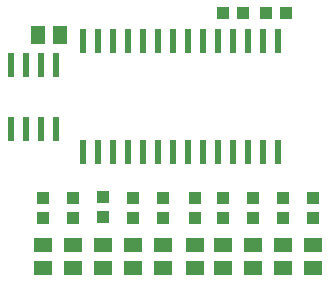
<source format=gbr>
G04 DipTrace 3.3.1.3*
G04 TopPaste.gbr*
%MOMM*%
G04 #@! TF.FileFunction,Paste,Top*
G04 #@! TF.Part,Single*
%ADD21R,1.3X1.5*%
%ADD22R,1.5X1.3*%
%ADD23R,1.0X1.1*%
%ADD24R,1.1X1.0*%
%ADD25R,0.6X2.0*%
%FSLAX35Y35*%
G04*
G71*
G90*
G75*
G01*
G04 TopPaste*
%LPD*%
D21*
X3336373Y2459873D3*
X3146373D3*
D22*
X4209500Y493623D3*
Y683623D3*
X4479373Y493623D3*
Y683623D3*
X4717500Y493623D3*
Y683623D3*
X4971500Y493623D3*
Y683623D3*
X5225500Y493623D3*
Y683623D3*
X5479500Y493623D3*
Y683623D3*
X3955500Y493623D3*
Y683623D3*
X3701500Y493623D3*
Y683623D3*
X3447500Y493623D3*
Y683623D3*
X3193500Y493623D3*
Y683623D3*
D23*
X4209500Y1085877D3*
Y915877D3*
X4479373Y1085877D3*
Y915877D3*
X4717500Y1085877D3*
Y915877D3*
X4971500Y1085877D3*
Y915877D3*
X5225500Y1085877D3*
Y915877D3*
X5479500Y1085877D3*
Y915877D3*
X3955500Y1085877D3*
Y915877D3*
X3701500Y1090500D3*
Y920500D3*
X3447500Y1085877D3*
Y915877D3*
X3193500Y1085877D3*
Y915877D3*
D24*
X5082627Y2650373D3*
X5252627D3*
X4717500D3*
X4887500D3*
D25*
X5177873Y2415627D3*
X5050873D3*
X4923873D3*
X4796873D3*
X4669873D3*
X4542873D3*
X4415873D3*
X4288873D3*
X4161873D3*
X4034873D3*
X3907873D3*
X3780873D3*
X3653873D3*
X3526873D3*
Y1475627D3*
X3653873D3*
X3780873D3*
X3907873D3*
X4034873D3*
X4161873D3*
X4288873D3*
X4415873D3*
X4542873D3*
X4669873D3*
X4796873D3*
X4923873D3*
X5050873D3*
X5177873D3*
X3304623Y2205877D3*
X3177623D3*
X3050623D3*
X2923623D3*
Y1665877D3*
X3050623D3*
X3177623D3*
X3304623D3*
M02*

</source>
